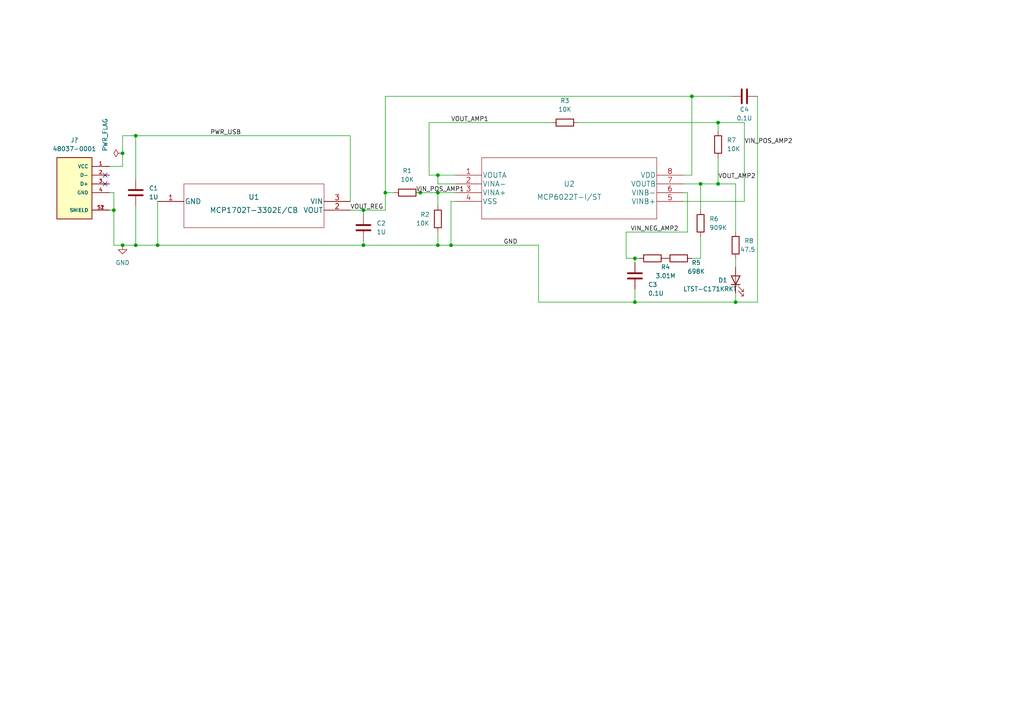
<source format=kicad_sch>
(kicad_sch (version 20211123) (generator eeschema)
  (paper "A4")
  (lib_symbols
    (symbol "48037-0001:48037-0001" (pin_names (offset 1.016))
      (property "Reference" "J" (at -5.08 8.89 0))
      (property "Value" "48037-0001" (at -5.08 -12.7 0))
      (symbol "48037-0001_0_0"
        (rectangle (start -5.08 -10.16) (end 5.08 7.62) (stroke (width 0.254)) (fill (type background)))
        (pin power_in line (at -10.16 5.08 0) (length 5.08) (name "VCC") (number "1"))
        (pin bidirectional line (at -10.16 2.54 0) (length 5.08) (name "D-") (number "2"))
        (pin bidirectional line (at -10.16 0 0) (length 5.08) (name "D+") (number "3"))
        (pin power_in line (at -10.16 -2.54 0) (length 5.08) (name "GND") (number "4"))
        (pin passive line (at -10.16 -7.62 0) (length 5.08) (name "SHIELD") (number "S1"))
        (pin passive line (at -10.16 -7.62 0) (length 5.08) (name "SHIELD") (number "S2"))
      )
    )
    (symbol "Device:C" (pin_numbers hide) (pin_names (offset 0.254))
      (property "Reference" "C" (at 0.635 2.54 0))
      (property "Value" "C" (at 0.635 -2.54 0))
      (symbol "C_0_1"
        (polyline (pts (xy -2.032 -0.762) (xy 2.032 -0.762)) (stroke (width 0.508)))
        (polyline (pts (xy -2.032 0.762) (xy 2.032 0.762)) (stroke (width 0.508)))
      )
      (symbol "C_1_1"
        (pin passive line (at 0 3.81 270) (length 2.794) (name "~") (number "1"))
        (pin passive line (at 0 -3.81 90) (length 2.794) (name "~") (number "2"))
      )
    )
    (symbol "Device:LED" (pin_numbers hide) (pin_names (offset 1.016) hide)
      (property "Reference" "D" (at 0 2.54 0))
      (property "Value" "LED" (at 0 -2.54 0))
      (symbol "LED_0_1"
        (polyline (pts (xy -1.27 -1.27) (xy -1.27 1.27)) (stroke (width 0.254)))
        (polyline (pts (xy -1.27 0) (xy 1.27 0)))
        (polyline (pts (xy 1.27 -1.27) (xy 1.27 1.27) (xy -1.27 0) (xy 1.27 -1.27)) (stroke (width 0.254)))
        (polyline (pts (xy -3.048 -0.762) (xy -4.572 -2.286) (xy -3.81 -2.286) (xy -4.572 -2.286) (xy -4.572 -1.524)))
        (polyline (pts (xy -1.778 -0.762) (xy -3.302 -2.286) (xy -2.54 -2.286) (xy -3.302 -2.286) (xy -3.302 -1.524)))
      )
      (symbol "LED_1_1"
        (pin passive line (at -3.81 0 0) (length 2.54) (name "K") (number "1"))
        (pin passive line (at 3.81 0 180) (length 2.54) (name "A") (number "2"))
      )
    )
    (symbol "Device:R" (pin_numbers hide) (pin_names (offset 0))
      (property "Reference" "R" (at 2.032 0 90))
      (property "Value" "R" (at 0 0 90))
      (symbol "R_0_1"
        (rectangle (start -1.016 -2.54) (end 1.016 2.54) (stroke (width 0.254)))
      )
      (symbol "R_1_1"
        (pin passive line (at 0 3.81 270) (length 1.27) (name "~") (number "1"))
        (pin passive line (at 0 -3.81 90) (length 1.27) (name "~") (number "2"))
      )
    )
    (symbol "MCP1702T-3302E{slash}CB:MCP1702T-3302E{slash}CB" (pin_names (offset 0.254))
      (property "Reference" "U" (at 27.94 10.16 0))
      (property "Value" "MCP1702T-3302E{slash}CB" (at 27.94 7.62 0))
      (symbol "MCP1702T-3302E{slash}CB_1_1"
        (polyline (pts (xy 7.62 -7.62) (xy 48.26 -7.62)) (stroke (width 0.127)))
        (polyline (pts (xy 7.62 5.08) (xy 7.62 -7.62)) (stroke (width 0.127)))
        (polyline (pts (xy 48.26 -7.62) (xy 48.26 5.08)) (stroke (width 0.127)))
        (polyline (pts (xy 48.26 5.08) (xy 7.62 5.08)) (stroke (width 0.127)))
        (pin input line (at 0 0 0) (length 7.62) (name "GND") (number "1"))
        (pin power_out line (at 55.88 -2.54 180) (length 7.62) (name "VOUT") (number "2"))
        (pin power_in line (at 55.88 0 180) (length 7.62) (name "VIN") (number "3"))
      )
    )
    (symbol "MCP6022T-I{slash}ST:MCP6022T-I{slash}ST" (pin_names (offset 0.254))
      (property "Reference" "U" (at 33.02 10.16 0))
      (property "Value" "MCP6022T-I{slash}ST" (at 33.02 7.62 0))
      (symbol "MCP6022T-I{slash}ST_1_1"
        (polyline (pts (xy 7.62 -12.7) (xy 58.42 -12.7)) (stroke (width 0.127)))
        (polyline (pts (xy 7.62 5.08) (xy 7.62 -12.7)) (stroke (width 0.127)))
        (polyline (pts (xy 58.42 -12.7) (xy 58.42 5.08)) (stroke (width 0.127)))
        (polyline (pts (xy 58.42 5.08) (xy 7.62 5.08)) (stroke (width 0.127)))
        (pin output line (at 0 0 0) (length 7.62) (name "VOUTA") (number "1"))
        (pin input line (at 0 -2.54 0) (length 7.62) (name "VINA-") (number "2"))
        (pin input line (at 0 -5.08 0) (length 7.62) (name "VINA+") (number "3"))
        (pin power_in line (at 0 -7.62 0) (length 7.62) (name "VSS") (number "4"))
        (pin input line (at 66.04 -7.62 180) (length 7.62) (name "VINB+") (number "5"))
        (pin input line (at 66.04 -5.08 180) (length 7.62) (name "VINB-") (number "6"))
        (pin output line (at 66.04 -2.54 180) (length 7.62) (name "VOUTB") (number "7"))
        (pin power_in line (at 66.04 0 180) (length 7.62) (name "VDD") (number "8"))
      )
    )
    (symbol "power:GND" (power) (pin_names (offset 0))
      (property "Value" "GND" (at 0 -3.81 0))
      (symbol "GND_0_1"
        (polyline (pts (xy 0 0) (xy 0 -1.27) (xy 1.27 -1.27) (xy 0 -2.54) (xy -1.27 -1.27) (xy 0 -1.27)))
      )
      (symbol "GND_1_1"
        (pin power_in line (at 0 0 270) (length 0) hide (name "GND") (number "1"))
      )
    )
    (symbol "power:PWR_FLAG" (power) (pin_numbers hide) (pin_names (offset 0) hide)
      (property "Value" "PWR_FLAG" (at 0 3.81 0))
      (symbol "PWR_FLAG_0_0"
        (pin power_out line (at 0 0 90) (length 0) (name "pwr") (number "1"))
      )
      (symbol "PWR_FLAG_0_1"
        (polyline (pts (xy 0 0) (xy 0 1.27) (xy -1.016 1.905) (xy 0 2.54) (xy 1.016 1.905) (xy 0 1.27)))
      )
    )
  )
  (junction (at 213.36 87.63))
  (junction (at 203.2 53.34))
  (junction (at 127 50.8))
  (junction (at 208.28 53.34))
  (junction (at 121.92 55.88))
  (junction (at 184.15 74.93))
  (junction (at 45.72 71.12))
  (junction (at 127 71.12))
  (junction (at 105.41 60.96))
  (junction (at 184.15 87.63))
  (junction (at 35.56 44.45))
  (junction (at 35.56 71.12))
  (junction (at 200.66 27.94))
  (junction (at 33.02 60.96))
  (junction (at 105.41 71.12))
  (junction (at 127 55.88))
  (junction (at 39.37 39.37))
  (junction (at 39.37 71.12))
  (junction (at 111.76 55.88))
  (junction (at 208.28 35.56))
  (junction (at 130.81 71.12))
  (no_connect (at 30.48 53.34))
  (no_connect (at 30.48 50.8))
  (wire (pts (xy 213.36 87.63) (xy 219.71 87.63)))
  (wire (pts (xy 200.66 27.94) (xy 212.09 27.94)))
  (wire (pts (xy 121.92 55.88) (xy 127 55.88)))
  (wire (pts (xy 127 55.88) (xy 127 59.69)))
  (wire (pts (xy 127 71.12) (xy 130.81 71.12)))
  (wire (pts (xy 132.08 50.8) (xy 127 50.8)))
  (wire (pts (xy 35.56 39.37) (xy 39.37 39.37)))
  (wire (pts (xy 120.65 55.88) (xy 121.92 55.88)))
  (wire (pts (xy 203.2 68.58) (xy 203.2 74.93)))
  (wire (pts (xy 213.36 74.93) (xy 213.36 77.47)))
  (wire (pts (xy 105.41 71.12) (xy 105.41 69.85)))
  (wire (pts (xy 130.81 58.42) (xy 132.08 58.42)))
  (wire (pts (xy 127 53.34) (xy 132.08 53.34)))
  (wire (pts (xy 111.76 55.88) (xy 114.3 55.88)))
  (wire (pts (xy 111.76 27.94) (xy 111.76 55.88)))
  (wire (pts (xy 124.46 35.56) (xy 160.02 35.56)))
  (wire (pts (xy 181.61 67.31) (xy 181.61 74.93)))
  (wire (pts (xy 198.12 55.88) (xy 199.39 55.88)))
  (wire (pts (xy 215.9 35.56) (xy 215.9 58.42)))
  (wire (pts (xy 111.76 27.94) (xy 200.66 27.94)))
  (wire (pts (xy 45.72 58.42) (xy 45.72 71.12)))
  (wire (pts (xy 184.15 83.82) (xy 184.15 87.63)))
  (wire (pts (xy 203.2 53.34) (xy 203.2 60.96)))
  (wire (pts (xy 199.39 55.88) (xy 199.39 67.31)))
  (wire (pts (xy 39.37 71.12) (xy 45.72 71.12)))
  (wire (pts (xy 30.48 55.88) (xy 33.02 55.88)))
  (wire (pts (xy 156.21 71.12) (xy 130.81 71.12)))
  (wire (pts (xy 213.36 85.09) (xy 213.36 87.63)))
  (wire (pts (xy 39.37 59.69) (xy 39.37 71.12)))
  (wire (pts (xy 105.41 60.96) (xy 111.76 60.96)))
  (wire (pts (xy 184.15 74.93) (xy 184.15 76.2)))
  (wire (pts (xy 127 50.8) (xy 127 53.34)))
  (wire (pts (xy 198.12 50.8) (xy 200.66 50.8)))
  (wire (pts (xy 101.6 39.37) (xy 101.6 58.42)))
  (wire (pts (xy 101.6 60.96) (xy 105.41 60.96)))
  (wire (pts (xy 184.15 74.93) (xy 185.42 74.93)))
  (wire (pts (xy 39.37 39.37) (xy 39.37 52.07)))
  (wire (pts (xy 156.21 87.63) (xy 184.15 87.63)))
  (wire (pts (xy 167.64 35.56) (xy 208.28 35.56)))
  (wire (pts (xy 198.12 58.42) (xy 215.9 58.42)))
  (wire (pts (xy 35.56 71.12) (xy 39.37 71.12)))
  (wire (pts (xy 181.61 74.93) (xy 184.15 74.93)))
  (wire (pts (xy 208.28 45.72) (xy 208.28 53.34)))
  (wire (pts (xy 127 55.88) (xy 132.08 55.88)))
  (wire (pts (xy 35.56 48.26) (xy 35.56 44.45)))
  (wire (pts (xy 130.81 58.42) (xy 130.81 71.12)))
  (wire (pts (xy 105.41 60.96) (xy 105.41 62.23)))
  (wire (pts (xy 105.41 71.12) (xy 127 71.12)))
  (wire (pts (xy 30.48 60.96) (xy 33.02 60.96)))
  (wire (pts (xy 39.37 39.37) (xy 101.6 39.37)))
  (wire (pts (xy 208.28 35.56) (xy 208.28 38.1)))
  (wire (pts (xy 30.48 48.26) (xy 35.56 48.26)))
  (wire (pts (xy 184.15 87.63) (xy 213.36 87.63)))
  (wire (pts (xy 156.21 71.12) (xy 156.21 87.63)))
  (wire (pts (xy 35.56 44.45) (xy 35.56 39.37)))
  (wire (pts (xy 213.36 53.34) (xy 213.36 67.31)))
  (wire (pts (xy 124.46 50.8) (xy 127 50.8)))
  (wire (pts (xy 127 67.31) (xy 127 71.12)))
  (wire (pts (xy 45.72 71.12) (xy 105.41 71.12)))
  (wire (pts (xy 111.76 55.88) (xy 111.76 60.96)))
  (wire (pts (xy 200.66 27.94) (xy 200.66 50.8)))
  (wire (pts (xy 208.28 35.56) (xy 215.9 35.56)))
  (wire (pts (xy 213.36 53.34) (xy 208.28 53.34)))
  (wire (pts (xy 219.71 27.94) (xy 219.71 87.63)))
  (wire (pts (xy 200.66 74.93) (xy 203.2 74.93)))
  (wire (pts (xy 33.02 71.12) (xy 35.56 71.12)))
  (wire (pts (xy 33.02 55.88) (xy 33.02 60.96)))
  (wire (pts (xy 124.46 50.8) (xy 124.46 35.56)))
  (wire (pts (xy 198.12 53.34) (xy 203.2 53.34)))
  (wire (pts (xy 203.2 53.34) (xy 208.28 53.34)))
  (wire (pts (xy 181.61 67.31) (xy 199.39 67.31)))
  (wire (pts (xy 33.02 60.96) (xy 33.02 71.12)))
  (label "GND" (at 146.05 71.12 0))
  (label "VIN_POS_AMP2" (at 215.9 41.91 0))
  (label "PWR_USB" (at 60.96 39.37 0))
  (label "VOUT_AMP1" (at 130.81 35.56 0))
  (label "VOUT_AMP2" (at 208.28 52.07 0))
  (label "VIN_POS_AMP1" (at 120.65 55.88 0))
  (label "VOUT_REG" (at 101.6 60.96 0))
  (label "VIN_NEG_AMP2" (at 182.88 67.31 0))
  (symbol (lib_id "Device:R") (at 213.36 71.12 180) (unit 1)
    (property "Reference" "R8" (at 215.9 69.85 0) (effects (justify right)))
    (property "Value" "47.5" (at 214.63 72.39 0) (effects (justify right)))
    (property "Footprint" "Resistor_SMD:R_0603_1608Metric_Pad0.98x0.95mm_HandSolder" (effects hide))
  )
  (symbol (lib_id "Device:R") (at 196.85 74.93 90) (unit 1)
    (property "Reference" "R5" (at 201.93 76.2 90))
    (property "Value" "698K" (at 201.93 78.74 90))
    (property "Footprint" "Resistor_SMD:R_0603_1608Metric_Pad0.98x0.95mm_HandSolder" (effects hide))
  )
  (symbol (lib_id "MCP6022T-I{slash}ST:MCP6022T-I{slash}ST") (at 132.08 50.8 0) (unit 1)
    (property "Reference" "U2" (at 165.1 53.34 0) (effects (font (size 1.524 1.524))))
    (property "Value" "MCP6022T-I/ST" (at 165.1 57.15 0) (effects (font (size 1.524 1.524))))
    (property "Footprint" "TSSOP8_MC_MCH" (effects hide))
  )
  (symbol (lib_id "Device:R") (at 163.83 35.56 90) (unit 1)
    (property "Reference" "R3" (at 163.83 29.21 90))
    (property "Value" "10K" (at 163.83 31.75 90))
    (property "Footprint" "Resistor_SMD:R_0603_1608Metric_Pad0.98x0.95mm_HandSolder" (effects hide))
  )
  (symbol (lib_id "48037-0001:48037-0001") (at 21.59 53.34 0) (mirror y) (unit 1)
    (property "Reference" "J?" (at 21.59 40.64 0))
    (property "Value" "48037-0001" (at 21.59 43.18 0))
    (property "Footprint" "MOLEX_48037-0001" (effects hide))
    (property "STANDARD" "Manufacturer Recommendations" (effects hide))
    (property "MAXIMUM_PACKAGE_HEIGHT" "4.6mm" (effects hide))
    (property "MANUFACTURER" "Molex" (effects hide))
    (property "PARTREV" "D" (effects hide))
  )
  (symbol (lib_id "Device:R") (at 208.28 41.91 0) (unit 1)
    (property "Reference" "R7" (at 210.82 40.6399 0) (effects (justify left)))
    (property "Value" "10K" (at 210.82 43.1799 0) (effects (justify left)))
    (property "Footprint" "Resistor_SMD:R_0603_1608Metric_Pad0.98x0.95mm_HandSolder" (effects hide))
  )
  (symbol (lib_id "Device:R") (at 203.2 64.77 180) (unit 1)
    (property "Reference" "R6" (at 205.74 63.4999 0) (effects (justify right)))
    (property "Value" "909K" (at 205.74 66.0399 0) (effects (justify right)))
    (property "Footprint" "Resistor_SMD:R_0603_1608Metric_Pad0.98x0.95mm_HandSolder" (effects hide))
  )
  (symbol (lib_id "Device:C") (at 105.41 66.04 180) (unit 1)
    (property "Reference" "C2" (at 109.22 64.7699 0) (effects (justify right)))
    (property "Value" "1U" (at 109.22 67.3099 0) (effects (justify right)))
    (property "Footprint" "Capacitor_SMD:C_0603_1608Metric_Pad1.08x0.95mm_HandSolder" (effects hide))
  )
  (symbol (lib_id "Device:C") (at 39.37 55.88 180) (unit 1)
    (property "Reference" "C1" (at 43.18 54.6099 0) (effects (justify right)))
    (property "Value" "1U" (at 43.18 57.1499 0) (effects (justify right)))
    (property "Footprint" "Capacitor_SMD:C_0603_1608Metric_Pad1.08x0.95mm_HandSolder" (effects hide))
  )
  (symbol (lib_id "Device:R") (at 127 63.5 180) (unit 1)
    (property "Reference" "R2" (at 121.92 62.23 0) (effects (justify right)))
    (property "Value" "10K" (at 120.65 64.77 0) (effects (justify right)))
    (property "Footprint" "Resistor_SMD:R_0603_1608Metric_Pad0.98x0.95mm_HandSolder" (effects hide))
  )
  (symbol (lib_id "power:PWR_FLAG") (at 35.56 44.45 90) (unit 1)
    (property "Reference" "#FLG0102" (effects hide))
    (property "Value" "PWR_FLAG" (at 30.48 34.29 0) (effects (justify right)))
  )
  (symbol (lib_id "Device:C") (at 215.9 27.94 90) (unit 1)
    (property "Reference" "C4" (at 215.9 31.75 90))
    (property "Value" "0.1U" (at 215.9 34.29 90))
    (property "Footprint" "Capacitor_SMD:C_0603_1608Metric_Pad1.08x0.95mm_HandSolder" (effects hide))
  )
  (symbol (lib_id "Device:R") (at 189.23 74.93 90) (unit 1)
    (property "Reference" "R4" (at 193.04 77.47 90))
    (property "Value" "3.01M" (at 193.04 80.01 90))
    (property "Footprint" "Resistor_SMD:R_0603_1608Metric_Pad0.98x0.95mm_HandSolder" (effects hide))
  )
  (symbol (lib_id "power:GND") (at 35.56 71.12 0) (unit 1)
    (property "Reference" "#PWR0101" (effects hide))
    (property "Value" "GND" (at 35.56 76.2 0))
  )
  (symbol (lib_id "MCP1702T-3302E{slash}CB:MCP1702T-3302E{slash}CB") (at 45.72 58.42 0) (unit 1)
    (property "Reference" "U1" (at 73.66 57.15 0) (effects (font (size 1.524 1.524))))
    (property "Value" "MCP1702T-3302E/CB" (at 73.66 60.96 0) (effects (font (size 1.524 1.524))))
    (property "Footprint" "SOT-23A_MC_MCH" (effects hide))
  )
  (symbol (lib_id "Device:LED") (at 213.36 81.28 90) (unit 1)
    (property "Reference" "D1" (at 208.28 81.28 90) (effects (justify right)))
    (property "Value" "LTST-C171KRKT" (at 198.12 83.82 90) (effects (justify right)))
    (property "Footprint" "LED_SMD:LED_0805_2012Metric_Pad1.15x1.40mm_HandSolder" (effects hide))
  )
  (symbol (lib_id "Device:C") (at 184.15 80.01 180) (unit 1)
    (property "Reference" "C3" (at 187.96 82.55 0) (effects (justify right)))
    (property "Value" "0.1U" (at 187.96 85.09 0) (effects (justify right)))
    (property "Footprint" "Capacitor_SMD:C_0603_1608Metric_Pad1.08x0.95mm_HandSolder" (effects hide))
  )
  (symbol (lib_id "Device:R") (at 118.11 55.88 90) (unit 1)
    (property "Reference" "R1" (at 118.11 49.53 90))
    (property "Value" "10K" (at 118.11 52.07 90))
    (property "Footprint" "Resistor_SMD:R_0603_1608Metric_Pad0.98x0.95mm_HandSolder" (effects hide))
  )
)
</source>
